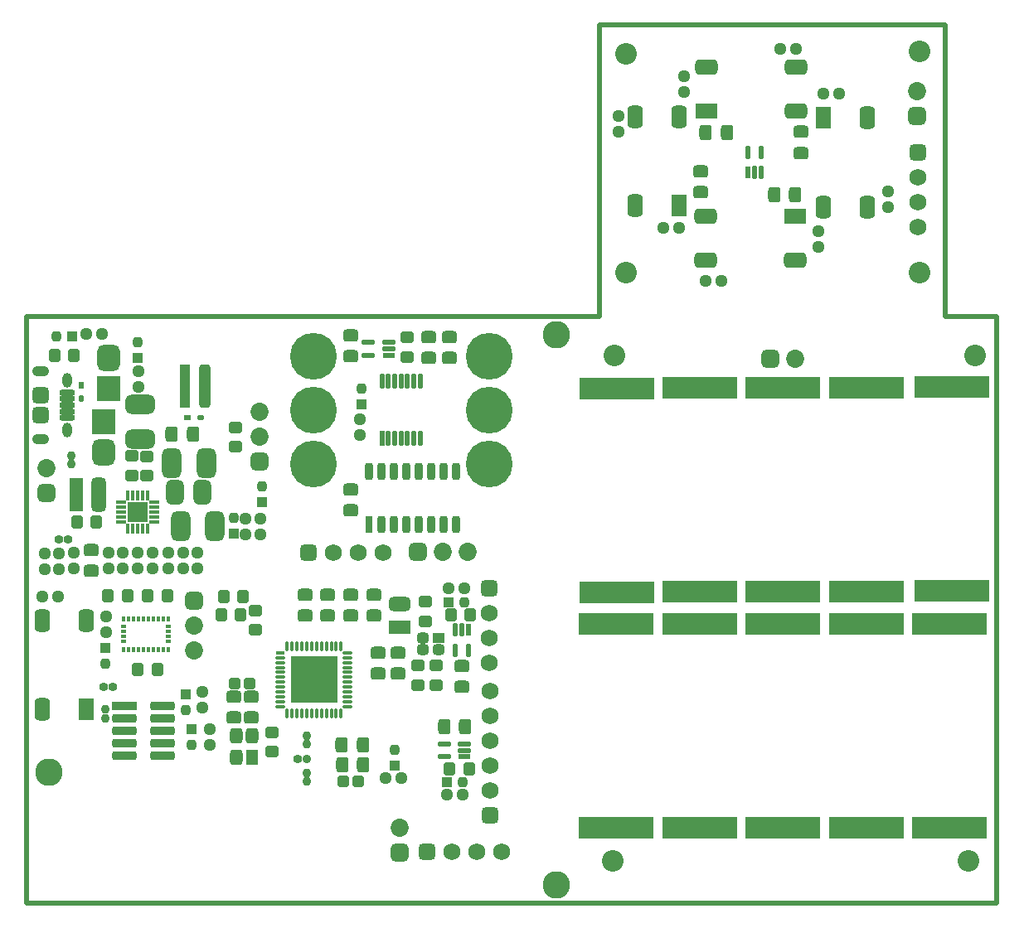
<source format=gts>
G04*
G04 #@! TF.GenerationSoftware,Altium Limited,Altium Designer,22.2.1 (43)*
G04*
G04 Layer_Color=8388736*
%FSLAX25Y25*%
%MOIN*%
G70*
G04*
G04 #@! TF.SameCoordinates,3F60BFF8-F64E-45F8-B6E0-E43E19044127*
G04*
G04*
G04 #@! TF.FilePolarity,Negative*
G04*
G01*
G75*
%ADD16C,0.02000*%
%ADD76R,0.09265X0.10446*%
G04:AMPARAMS|DCode=77|XSize=92.65mil|YSize=104.46mil|CornerRadius=25.16mil|HoleSize=0mil|Usage=FLASHONLY|Rotation=180.000|XOffset=0mil|YOffset=0mil|HoleType=Round|Shape=RoundedRectangle|*
%AMROUNDEDRECTD77*
21,1,0.09265,0.05413,0,0,180.0*
21,1,0.04232,0.10446,0,0,180.0*
1,1,0.05032,-0.02116,0.02707*
1,1,0.05032,0.02116,0.02707*
1,1,0.05032,0.02116,-0.02707*
1,1,0.05032,-0.02116,-0.02707*
%
%ADD77ROUNDEDRECTD77*%
G04:AMPARAMS|DCode=78|XSize=43.43mil|YSize=43.43mil|CornerRadius=12.86mil|HoleSize=0mil|Usage=FLASHONLY|Rotation=90.000|XOffset=0mil|YOffset=0mil|HoleType=Round|Shape=RoundedRectangle|*
%AMROUNDEDRECTD78*
21,1,0.04343,0.01772,0,0,90.0*
21,1,0.01772,0.04343,0,0,90.0*
1,1,0.02572,0.00886,0.00886*
1,1,0.02572,0.00886,-0.00886*
1,1,0.02572,-0.00886,-0.00886*
1,1,0.02572,-0.00886,0.00886*
%
%ADD78ROUNDEDRECTD78*%
G04:AMPARAMS|DCode=79|XSize=43.43mil|YSize=43.43mil|CornerRadius=12.86mil|HoleSize=0mil|Usage=FLASHONLY|Rotation=180.000|XOffset=0mil|YOffset=0mil|HoleType=Round|Shape=RoundedRectangle|*
%AMROUNDEDRECTD79*
21,1,0.04343,0.01772,0,0,180.0*
21,1,0.01772,0.04343,0,0,180.0*
1,1,0.02572,-0.00886,0.00886*
1,1,0.02572,0.00886,0.00886*
1,1,0.02572,0.00886,-0.00886*
1,1,0.02572,-0.00886,-0.00886*
%
%ADD79ROUNDEDRECTD79*%
G04:AMPARAMS|DCode=80|XSize=98.55mil|YSize=70.99mil|CornerRadius=19.75mil|HoleSize=0mil|Usage=FLASHONLY|Rotation=90.000|XOffset=0mil|YOffset=0mil|HoleType=Round|Shape=RoundedRectangle|*
%AMROUNDEDRECTD80*
21,1,0.09855,0.03150,0,0,90.0*
21,1,0.05906,0.07099,0,0,90.0*
1,1,0.03950,0.01575,0.02953*
1,1,0.03950,0.01575,-0.02953*
1,1,0.03950,-0.01575,-0.02953*
1,1,0.03950,-0.01575,0.02953*
%
%ADD80ROUNDEDRECTD80*%
G04:AMPARAMS|DCode=81|XSize=86.74mil|YSize=57.21mil|CornerRadius=16.3mil|HoleSize=0mil|Usage=FLASHONLY|Rotation=180.000|XOffset=0mil|YOffset=0mil|HoleType=Round|Shape=RoundedRectangle|*
%AMROUNDEDRECTD81*
21,1,0.08674,0.02461,0,0,180.0*
21,1,0.05413,0.05721,0,0,180.0*
1,1,0.03261,-0.02707,0.01230*
1,1,0.03261,0.02707,0.01230*
1,1,0.03261,0.02707,-0.01230*
1,1,0.03261,-0.02707,-0.01230*
%
%ADD81ROUNDEDRECTD81*%
%ADD82R,0.08674X0.05721*%
G04:AMPARAMS|DCode=83|XSize=138mil|YSize=58mil|CornerRadius=16.5mil|HoleSize=0mil|Usage=FLASHONLY|Rotation=90.000|XOffset=0mil|YOffset=0mil|HoleType=Round|Shape=RoundedRectangle|*
%AMROUNDEDRECTD83*
21,1,0.13800,0.02500,0,0,90.0*
21,1,0.10500,0.05800,0,0,90.0*
1,1,0.03300,0.01250,0.05250*
1,1,0.03300,0.01250,-0.05250*
1,1,0.03300,-0.01250,-0.05250*
1,1,0.03300,-0.01250,0.05250*
%
%ADD83ROUNDEDRECTD83*%
%ADD84R,0.05800X0.13800*%
%ADD85R,0.01384X0.02467*%
%ADD86R,0.02073X0.01384*%
G04:AMPARAMS|DCode=87|XSize=67.06mil|YSize=69.02mil|CornerRadius=18.76mil|HoleSize=0mil|Usage=FLASHONLY|Rotation=270.000|XOffset=0mil|YOffset=0mil|HoleType=Round|Shape=RoundedRectangle|*
%AMROUNDEDRECTD87*
21,1,0.06706,0.03150,0,0,270.0*
21,1,0.02953,0.06902,0,0,270.0*
1,1,0.03753,-0.01575,-0.01476*
1,1,0.03753,-0.01575,0.01476*
1,1,0.03753,0.01575,0.01476*
1,1,0.03753,0.01575,-0.01476*
%
%ADD87ROUNDEDRECTD87*%
G04:AMPARAMS|DCode=88|XSize=23.75mil|YSize=61.15mil|CornerRadius=7.94mil|HoleSize=0mil|Usage=FLASHONLY|Rotation=270.000|XOffset=0mil|YOffset=0mil|HoleType=Round|Shape=RoundedRectangle|*
%AMROUNDEDRECTD88*
21,1,0.02375,0.04528,0,0,270.0*
21,1,0.00787,0.06115,0,0,270.0*
1,1,0.01587,-0.02264,-0.00394*
1,1,0.01587,-0.02264,0.00394*
1,1,0.01587,0.02264,0.00394*
1,1,0.01587,0.02264,-0.00394*
%
%ADD88ROUNDEDRECTD88*%
%ADD89R,0.06312X0.09068*%
G04:AMPARAMS|DCode=90|XSize=90.68mil|YSize=63.12mil|CornerRadius=17.78mil|HoleSize=0mil|Usage=FLASHONLY|Rotation=90.000|XOffset=0mil|YOffset=0mil|HoleType=Round|Shape=RoundedRectangle|*
%AMROUNDEDRECTD90*
21,1,0.09068,0.02756,0,0,90.0*
21,1,0.05512,0.06312,0,0,90.0*
1,1,0.03556,0.01378,0.02756*
1,1,0.03556,0.01378,-0.02756*
1,1,0.03556,-0.01378,-0.02756*
1,1,0.03556,-0.01378,0.02756*
%
%ADD90ROUNDEDRECTD90*%
G04:AMPARAMS|DCode=91|XSize=90.68mil|YSize=63.12mil|CornerRadius=17.78mil|HoleSize=0mil|Usage=FLASHONLY|Rotation=180.000|XOffset=0mil|YOffset=0mil|HoleType=Round|Shape=RoundedRectangle|*
%AMROUNDEDRECTD91*
21,1,0.09068,0.02756,0,0,180.0*
21,1,0.05512,0.06312,0,0,180.0*
1,1,0.03556,-0.02756,0.01378*
1,1,0.03556,0.02756,0.01378*
1,1,0.03556,0.02756,-0.01378*
1,1,0.03556,-0.02756,-0.01378*
%
%ADD91ROUNDEDRECTD91*%
%ADD92R,0.09068X0.06312*%
%ADD93R,0.05085X0.01975*%
G04:AMPARAMS|DCode=94|XSize=50.85mil|YSize=19.75mil|CornerRadius=3.97mil|HoleSize=0mil|Usage=FLASHONLY|Rotation=180.000|XOffset=0mil|YOffset=0mil|HoleType=Round|Shape=RoundedRectangle|*
%AMROUNDEDRECTD94*
21,1,0.05085,0.01181,0,0,180.0*
21,1,0.04291,0.01975,0,0,180.0*
1,1,0.00794,-0.02146,0.00591*
1,1,0.00794,0.02146,0.00591*
1,1,0.00794,0.02146,-0.00591*
1,1,0.00794,-0.02146,-0.00591*
%
%ADD94ROUNDEDRECTD94*%
G04:AMPARAMS|DCode=95|XSize=50.85mil|YSize=19.75mil|CornerRadius=3.97mil|HoleSize=0mil|Usage=FLASHONLY|Rotation=90.000|XOffset=0mil|YOffset=0mil|HoleType=Round|Shape=RoundedRectangle|*
%AMROUNDEDRECTD95*
21,1,0.05085,0.01181,0,0,90.0*
21,1,0.04291,0.01975,0,0,90.0*
1,1,0.00794,0.00591,0.02146*
1,1,0.00794,0.00591,-0.02146*
1,1,0.00794,-0.00591,-0.02146*
1,1,0.00794,-0.00591,0.02146*
%
%ADD95ROUNDEDRECTD95*%
%ADD96R,0.01975X0.05085*%
%ADD97R,0.03162X0.06902*%
G04:AMPARAMS|DCode=98|XSize=31.62mil|YSize=69.02mil|CornerRadius=9.91mil|HoleSize=0mil|Usage=FLASHONLY|Rotation=180.000|XOffset=0mil|YOffset=0mil|HoleType=Round|Shape=RoundedRectangle|*
%AMROUNDEDRECTD98*
21,1,0.03162,0.04921,0,0,180.0*
21,1,0.01181,0.06902,0,0,180.0*
1,1,0.01981,-0.00591,0.02461*
1,1,0.01981,0.00591,0.02461*
1,1,0.01981,0.00591,-0.02461*
1,1,0.01981,-0.00591,-0.02461*
%
%ADD98ROUNDEDRECTD98*%
G04:AMPARAMS|DCode=99|XSize=43.43mil|YSize=47.37mil|CornerRadius=12.86mil|HoleSize=0mil|Usage=FLASHONLY|Rotation=270.000|XOffset=0mil|YOffset=0mil|HoleType=Round|Shape=RoundedRectangle|*
%AMROUNDEDRECTD99*
21,1,0.04343,0.02165,0,0,270.0*
21,1,0.01772,0.04737,0,0,270.0*
1,1,0.02572,-0.01083,-0.00886*
1,1,0.02572,-0.01083,0.00886*
1,1,0.02572,0.01083,0.00886*
1,1,0.02572,0.01083,-0.00886*
%
%ADD99ROUNDEDRECTD99*%
%ADD100R,0.04737X0.04343*%
G04:AMPARAMS|DCode=101|XSize=29.59mil|YSize=19.75mil|CornerRadius=5.94mil|HoleSize=0mil|Usage=FLASHONLY|Rotation=0.000|XOffset=0mil|YOffset=0mil|HoleType=Round|Shape=RoundedRectangle|*
%AMROUNDEDRECTD101*
21,1,0.02959,0.00787,0,0,0.0*
21,1,0.01772,0.01975,0,0,0.0*
1,1,0.01187,0.00886,-0.00394*
1,1,0.01187,-0.00886,-0.00394*
1,1,0.01187,-0.00886,0.00394*
1,1,0.01187,0.00886,0.00394*
%
%ADD101ROUNDEDRECTD101*%
%ADD102R,0.02959X0.01975*%
%ADD103R,0.01975X0.02959*%
G04:AMPARAMS|DCode=104|XSize=29.59mil|YSize=19.75mil|CornerRadius=5.94mil|HoleSize=0mil|Usage=FLASHONLY|Rotation=270.000|XOffset=0mil|YOffset=0mil|HoleType=Round|Shape=RoundedRectangle|*
%AMROUNDEDRECTD104*
21,1,0.02959,0.00787,0,0,270.0*
21,1,0.01772,0.01975,0,0,270.0*
1,1,0.01187,-0.00394,-0.00886*
1,1,0.01187,-0.00394,0.00886*
1,1,0.01187,0.00394,0.00886*
1,1,0.01187,0.00394,-0.00886*
%
%ADD104ROUNDEDRECTD104*%
G04:AMPARAMS|DCode=105|XSize=63.12mil|YSize=51.31mil|CornerRadius=14.83mil|HoleSize=0mil|Usage=FLASHONLY|Rotation=270.000|XOffset=0mil|YOffset=0mil|HoleType=Round|Shape=RoundedRectangle|*
%AMROUNDEDRECTD105*
21,1,0.06312,0.02165,0,0,270.0*
21,1,0.03347,0.05131,0,0,270.0*
1,1,0.02965,-0.01083,-0.01673*
1,1,0.02965,-0.01083,0.01673*
1,1,0.02965,0.01083,0.01673*
1,1,0.02965,0.01083,-0.01673*
%
%ADD105ROUNDEDRECTD105*%
%ADD106R,0.05131X0.06312*%
%ADD107R,0.03950X0.03950*%
G04:AMPARAMS|DCode=108|XSize=39.5mil|YSize=39.5mil|CornerRadius=11.87mil|HoleSize=0mil|Usage=FLASHONLY|Rotation=90.000|XOffset=0mil|YOffset=0mil|HoleType=Round|Shape=RoundedRectangle|*
%AMROUNDEDRECTD108*
21,1,0.03950,0.01575,0,0,90.0*
21,1,0.01575,0.03950,0,0,90.0*
1,1,0.02375,0.00787,0.00787*
1,1,0.02375,0.00787,-0.00787*
1,1,0.02375,-0.00787,-0.00787*
1,1,0.02375,-0.00787,0.00787*
%
%ADD108ROUNDEDRECTD108*%
G04:AMPARAMS|DCode=109|XSize=39.5mil|YSize=39.5mil|CornerRadius=11.87mil|HoleSize=0mil|Usage=FLASHONLY|Rotation=0.000|XOffset=0mil|YOffset=0mil|HoleType=Round|Shape=RoundedRectangle|*
%AMROUNDEDRECTD109*
21,1,0.03950,0.01575,0,0,0.0*
21,1,0.01575,0.03950,0,0,0.0*
1,1,0.02375,0.00787,-0.00787*
1,1,0.02375,-0.00787,-0.00787*
1,1,0.02375,-0.00787,0.00787*
1,1,0.02375,0.00787,0.00787*
%
%ADD109ROUNDEDRECTD109*%
%ADD110R,0.03950X0.03950*%
%ADD111R,0.29934X0.08674*%
G04:AMPARAMS|DCode=112|XSize=46.58mil|YSize=48.55mil|CornerRadius=13.65mil|HoleSize=0mil|Usage=FLASHONLY|Rotation=270.000|XOffset=0mil|YOffset=0mil|HoleType=Round|Shape=RoundedRectangle|*
%AMROUNDEDRECTD112*
21,1,0.04658,0.02126,0,0,270.0*
21,1,0.01929,0.04855,0,0,270.0*
1,1,0.02729,-0.01063,-0.00965*
1,1,0.02729,-0.01063,0.00965*
1,1,0.02729,0.01063,0.00965*
1,1,0.02729,0.01063,-0.00965*
%
%ADD112ROUNDEDRECTD112*%
G04:AMPARAMS|DCode=113|XSize=118.24mil|YSize=76.9mil|CornerRadius=21.22mil|HoleSize=0mil|Usage=FLASHONLY|Rotation=180.000|XOffset=0mil|YOffset=0mil|HoleType=Round|Shape=RoundedRectangle|*
%AMROUNDEDRECTD113*
21,1,0.11824,0.03445,0,0,180.0*
21,1,0.07579,0.07690,0,0,180.0*
1,1,0.04245,-0.03789,0.01722*
1,1,0.04245,0.03789,0.01722*
1,1,0.04245,0.03789,-0.01722*
1,1,0.04245,-0.03789,-0.01722*
%
%ADD113ROUNDEDRECTD113*%
G04:AMPARAMS|DCode=114|XSize=118.24mil|YSize=76.9mil|CornerRadius=21.22mil|HoleSize=0mil|Usage=FLASHONLY|Rotation=90.000|XOffset=0mil|YOffset=0mil|HoleType=Round|Shape=RoundedRectangle|*
%AMROUNDEDRECTD114*
21,1,0.11824,0.03445,0,0,90.0*
21,1,0.07579,0.07690,0,0,90.0*
1,1,0.04245,0.01722,0.03789*
1,1,0.04245,0.01722,-0.03789*
1,1,0.04245,-0.01722,-0.03789*
1,1,0.04245,-0.01722,0.03789*
%
%ADD114ROUNDEDRECTD114*%
G04:AMPARAMS|DCode=115|XSize=63.12mil|YSize=50mil|CornerRadius=14.5mil|HoleSize=0mil|Usage=FLASHONLY|Rotation=90.000|XOffset=0mil|YOffset=0mil|HoleType=Round|Shape=RoundedRectangle|*
%AMROUNDEDRECTD115*
21,1,0.06312,0.02100,0,0,90.0*
21,1,0.03412,0.05000,0,0,90.0*
1,1,0.02900,0.01050,0.01706*
1,1,0.02900,0.01050,-0.01706*
1,1,0.02900,-0.01050,-0.01706*
1,1,0.02900,-0.01050,0.01706*
%
%ADD115ROUNDEDRECTD115*%
G04:AMPARAMS|DCode=116|XSize=63.12mil|YSize=50mil|CornerRadius=14.5mil|HoleSize=0mil|Usage=FLASHONLY|Rotation=180.000|XOffset=0mil|YOffset=0mil|HoleType=Round|Shape=RoundedRectangle|*
%AMROUNDEDRECTD116*
21,1,0.06312,0.02100,0,0,180.0*
21,1,0.03412,0.05000,0,0,180.0*
1,1,0.02900,-0.01706,0.01050*
1,1,0.02900,0.01706,0.01050*
1,1,0.02900,0.01706,-0.01050*
1,1,0.02900,-0.01706,-0.01050*
%
%ADD116ROUNDEDRECTD116*%
%ADD117R,0.04400X0.17400*%
G04:AMPARAMS|DCode=118|XSize=44mil|YSize=174mil|CornerRadius=12mil|HoleSize=0mil|Usage=FLASHONLY|Rotation=0.000|XOffset=0mil|YOffset=0mil|HoleType=Round|Shape=RoundedRectangle|*
%AMROUNDEDRECTD118*
21,1,0.04400,0.15000,0,0,0.0*
21,1,0.02000,0.17400,0,0,0.0*
1,1,0.02400,0.01000,-0.07500*
1,1,0.02400,-0.01000,-0.07500*
1,1,0.02400,-0.01000,0.07500*
1,1,0.02400,0.01000,0.07500*
%
%ADD118ROUNDEDRECTD118*%
G04:AMPARAMS|DCode=119|XSize=55.24mil|YSize=47.37mil|CornerRadius=13.84mil|HoleSize=0mil|Usage=FLASHONLY|Rotation=0.000|XOffset=0mil|YOffset=0mil|HoleType=Round|Shape=RoundedRectangle|*
%AMROUNDEDRECTD119*
21,1,0.05524,0.01968,0,0,0.0*
21,1,0.02756,0.04737,0,0,0.0*
1,1,0.02769,0.01378,-0.00984*
1,1,0.02769,-0.01378,-0.00984*
1,1,0.02769,-0.01378,0.00984*
1,1,0.02769,0.01378,0.00984*
%
%ADD119ROUNDEDRECTD119*%
G04:AMPARAMS|DCode=120|XSize=55.24mil|YSize=47.37mil|CornerRadius=13.84mil|HoleSize=0mil|Usage=FLASHONLY|Rotation=270.000|XOffset=0mil|YOffset=0mil|HoleType=Round|Shape=RoundedRectangle|*
%AMROUNDEDRECTD120*
21,1,0.05524,0.01968,0,0,270.0*
21,1,0.02756,0.04737,0,0,270.0*
1,1,0.02769,-0.00984,-0.01378*
1,1,0.02769,-0.00984,0.01378*
1,1,0.02769,0.00984,0.01378*
1,1,0.02769,0.00984,-0.01378*
%
%ADD120ROUNDEDRECTD120*%
G04:AMPARAMS|DCode=121|XSize=21.72mil|YSize=59.12mil|CornerRadius=6.43mil|HoleSize=0mil|Usage=FLASHONLY|Rotation=180.000|XOffset=0mil|YOffset=0mil|HoleType=Round|Shape=RoundedRectangle|*
%AMROUNDEDRECTD121*
21,1,0.02172,0.04626,0,0,180.0*
21,1,0.00886,0.05912,0,0,180.0*
1,1,0.01286,-0.00443,0.02313*
1,1,0.01286,0.00443,0.02313*
1,1,0.01286,0.00443,-0.02313*
1,1,0.01286,-0.00443,-0.02313*
%
%ADD121ROUNDEDRECTD121*%
%ADD122R,0.02172X0.05912*%
G04:AMPARAMS|DCode=123|XSize=39.04mil|YSize=14.24mil|CornerRadius=3.28mil|HoleSize=0mil|Usage=FLASHONLY|Rotation=0.000|XOffset=0mil|YOffset=0mil|HoleType=Round|Shape=RoundedRectangle|*
%AMROUNDEDRECTD123*
21,1,0.03904,0.00768,0,0,0.0*
21,1,0.03248,0.01424,0,0,0.0*
1,1,0.00656,0.01624,-0.00384*
1,1,0.00656,-0.01624,-0.00384*
1,1,0.00656,-0.01624,0.00384*
1,1,0.00656,0.01624,0.00384*
%
%ADD123ROUNDEDRECTD123*%
%ADD124R,0.03904X0.01424*%
G04:AMPARAMS|DCode=125|XSize=39.04mil|YSize=14.24mil|CornerRadius=3.28mil|HoleSize=0mil|Usage=FLASHONLY|Rotation=90.000|XOffset=0mil|YOffset=0mil|HoleType=Round|Shape=RoundedRectangle|*
%AMROUNDEDRECTD125*
21,1,0.03904,0.00768,0,0,90.0*
21,1,0.03248,0.01424,0,0,90.0*
1,1,0.00656,0.00384,0.01624*
1,1,0.00656,0.00384,-0.01624*
1,1,0.00656,-0.00384,-0.01624*
1,1,0.00656,-0.00384,0.01624*
%
%ADD125ROUNDEDRECTD125*%
%ADD126R,0.08471X0.08471*%
%ADD127R,0.03786X0.01424*%
G04:AMPARAMS|DCode=128|XSize=14.24mil|YSize=37.86mil|CornerRadius=4.56mil|HoleSize=0mil|Usage=FLASHONLY|Rotation=0.000|XOffset=0mil|YOffset=0mil|HoleType=Round|Shape=RoundedRectangle|*
%AMROUNDEDRECTD128*
21,1,0.01424,0.02874,0,0,0.0*
21,1,0.00512,0.03786,0,0,0.0*
1,1,0.00912,0.00256,-0.01437*
1,1,0.00912,-0.00256,-0.01437*
1,1,0.00912,-0.00256,0.01437*
1,1,0.00912,0.00256,0.01437*
%
%ADD128ROUNDEDRECTD128*%
G04:AMPARAMS|DCode=129|XSize=14.24mil|YSize=37.86mil|CornerRadius=4.56mil|HoleSize=0mil|Usage=FLASHONLY|Rotation=90.000|XOffset=0mil|YOffset=0mil|HoleType=Round|Shape=RoundedRectangle|*
%AMROUNDEDRECTD129*
21,1,0.01424,0.02874,0,0,90.0*
21,1,0.00512,0.03786,0,0,90.0*
1,1,0.00912,0.01437,0.00256*
1,1,0.00912,0.01437,-0.00256*
1,1,0.00912,-0.01437,-0.00256*
1,1,0.00912,-0.01437,0.00256*
%
%ADD129ROUNDEDRECTD129*%
%ADD130R,0.18904X0.18904*%
G04:AMPARAMS|DCode=131|XSize=33.92mil|YSize=98.49mil|CornerRadius=9.48mil|HoleSize=0mil|Usage=FLASHONLY|Rotation=270.000|XOffset=0mil|YOffset=0mil|HoleType=Round|Shape=RoundedRectangle|*
%AMROUNDEDRECTD131*
21,1,0.03392,0.07953,0,0,270.0*
21,1,0.01496,0.09849,0,0,270.0*
1,1,0.01896,-0.03976,-0.00748*
1,1,0.01896,-0.03976,0.00748*
1,1,0.01896,0.03976,0.00748*
1,1,0.01896,0.03976,-0.00748*
%
%ADD131ROUNDEDRECTD131*%
%ADD132R,0.09849X0.03392*%
G04:AMPARAMS|DCode=133|XSize=30.71mil|YSize=32.28mil|CornerRadius=9.25mil|HoleSize=0mil|Usage=FLASHONLY|Rotation=180.000|XOffset=0mil|YOffset=0mil|HoleType=Round|Shape=RoundedRectangle|*
%AMROUNDEDRECTD133*
21,1,0.03071,0.01378,0,0,180.0*
21,1,0.01221,0.03228,0,0,180.0*
1,1,0.01850,-0.00610,0.00689*
1,1,0.01850,0.00610,0.00689*
1,1,0.01850,0.00610,-0.00689*
1,1,0.01850,-0.00610,-0.00689*
%
%ADD133ROUNDEDRECTD133*%
G04:AMPARAMS|DCode=134|XSize=30.71mil|YSize=32.28mil|CornerRadius=9.25mil|HoleSize=0mil|Usage=FLASHONLY|Rotation=90.000|XOffset=0mil|YOffset=0mil|HoleType=Round|Shape=RoundedRectangle|*
%AMROUNDEDRECTD134*
21,1,0.03071,0.01378,0,0,90.0*
21,1,0.01221,0.03228,0,0,90.0*
1,1,0.01850,0.00689,0.00610*
1,1,0.01850,0.00689,-0.00610*
1,1,0.01850,-0.00689,-0.00610*
1,1,0.01850,-0.00689,0.00610*
%
%ADD134ROUNDEDRECTD134*%
G04:AMPARAMS|DCode=135|XSize=30.71mil|YSize=30.8mil|CornerRadius=9.25mil|HoleSize=0mil|Usage=FLASHONLY|Rotation=270.000|XOffset=0mil|YOffset=0mil|HoleType=Round|Shape=RoundedRectangle|*
%AMROUNDEDRECTD135*
21,1,0.03071,0.01230,0,0,270.0*
21,1,0.01221,0.03080,0,0,270.0*
1,1,0.01850,-0.00615,-0.00610*
1,1,0.01850,-0.00615,0.00610*
1,1,0.01850,0.00615,0.00610*
1,1,0.01850,0.00615,-0.00610*
%
%ADD135ROUNDEDRECTD135*%
%ADD136C,0.06800*%
G04:AMPARAMS|DCode=137|XSize=68mil|YSize=68mil|CornerRadius=19mil|HoleSize=0mil|Usage=FLASHONLY|Rotation=270.000|XOffset=0mil|YOffset=0mil|HoleType=Round|Shape=RoundedRectangle|*
%AMROUNDEDRECTD137*
21,1,0.06800,0.03000,0,0,270.0*
21,1,0.03000,0.06800,0,0,270.0*
1,1,0.03800,-0.01500,-0.01500*
1,1,0.03800,-0.01500,0.01500*
1,1,0.03800,0.01500,0.01500*
1,1,0.03800,0.01500,-0.01500*
%
%ADD137ROUNDEDRECTD137*%
G04:AMPARAMS|DCode=138|XSize=68mil|YSize=68mil|CornerRadius=19mil|HoleSize=0mil|Usage=FLASHONLY|Rotation=180.000|XOffset=0mil|YOffset=0mil|HoleType=Round|Shape=RoundedRectangle|*
%AMROUNDEDRECTD138*
21,1,0.06800,0.03000,0,0,180.0*
21,1,0.03000,0.06800,0,0,180.0*
1,1,0.03800,-0.01500,0.01500*
1,1,0.03800,0.01500,0.01500*
1,1,0.03800,0.01500,-0.01500*
1,1,0.03800,-0.01500,-0.01500*
%
%ADD138ROUNDEDRECTD138*%
%ADD139C,0.07296*%
G04:AMPARAMS|DCode=140|XSize=72.96mil|YSize=72.96mil|CornerRadius=20.24mil|HoleSize=0mil|Usage=FLASHONLY|Rotation=90.000|XOffset=0mil|YOffset=0mil|HoleType=Round|Shape=RoundedRectangle|*
%AMROUNDEDRECTD140*
21,1,0.07296,0.03248,0,0,90.0*
21,1,0.03248,0.07296,0,0,90.0*
1,1,0.04048,0.01624,0.01624*
1,1,0.04048,0.01624,-0.01624*
1,1,0.04048,-0.01624,-0.01624*
1,1,0.04048,-0.01624,0.01624*
%
%ADD140ROUNDEDRECTD140*%
G04:AMPARAMS|DCode=141|XSize=72.96mil|YSize=72.96mil|CornerRadius=20.24mil|HoleSize=0mil|Usage=FLASHONLY|Rotation=0.000|XOffset=0mil|YOffset=0mil|HoleType=Round|Shape=RoundedRectangle|*
%AMROUNDEDRECTD141*
21,1,0.07296,0.03248,0,0,0.0*
21,1,0.03248,0.07296,0,0,0.0*
1,1,0.04048,0.01624,-0.01624*
1,1,0.04048,-0.01624,-0.01624*
1,1,0.04048,-0.01624,0.01624*
1,1,0.04048,0.01624,0.01624*
%
%ADD141ROUNDEDRECTD141*%
%ADD142O,0.06902X0.04000*%
%ADD143O,0.04000X0.05918*%
%ADD144C,0.08674*%
%ADD145C,0.18800*%
%ADD146C,0.11036*%
D16*
X369200Y236000D02*
X390000D01*
X-0Y0D02*
X0Y236000D01*
X230300D01*
Y353500D01*
X369200Y353500D01*
X0Y0D02*
X197000D01*
X390000D01*
X390000D02*
X390000Y236000D01*
X369200D02*
Y353500D01*
D76*
X33000Y207199D02*
D03*
X31000Y193701D02*
D03*
D77*
X33000Y219601D02*
D03*
X31000Y181299D02*
D03*
D78*
X168750Y43900D02*
D03*
X175050D02*
D03*
X262250Y271700D02*
D03*
X255950D02*
D03*
X272850Y250300D02*
D03*
X279150D02*
D03*
X302750Y343700D02*
D03*
X309050D02*
D03*
X320250Y325700D02*
D03*
X326550D02*
D03*
X144150Y50500D02*
D03*
X150450D02*
D03*
X12500Y123500D02*
D03*
X6201D02*
D03*
X23850Y229000D02*
D03*
X30150D02*
D03*
X175750Y126900D02*
D03*
X169450D02*
D03*
D79*
X237900Y310550D02*
D03*
Y316850D02*
D03*
X318300Y270350D02*
D03*
Y264050D02*
D03*
X264100Y332650D02*
D03*
Y326350D02*
D03*
X346200Y286550D02*
D03*
Y280250D02*
D03*
X70525Y78650D02*
D03*
Y84950D02*
D03*
X73500Y70150D02*
D03*
Y63850D02*
D03*
X87700Y154850D02*
D03*
Y148550D02*
D03*
X94000Y148350D02*
D03*
Y154650D02*
D03*
X13000Y134550D02*
D03*
Y140850D02*
D03*
X19000Y140999D02*
D03*
Y134700D02*
D03*
X7200Y134550D02*
D03*
Y140850D02*
D03*
X38600Y141150D02*
D03*
Y134850D02*
D03*
X44600Y141050D02*
D03*
Y134750D02*
D03*
X62700Y134850D02*
D03*
Y141150D02*
D03*
X44700Y214150D02*
D03*
Y207850D02*
D03*
X134000Y188350D02*
D03*
Y194650D02*
D03*
X31847Y109066D02*
D03*
Y115365D02*
D03*
X32700Y141199D02*
D03*
Y134900D02*
D03*
X50600Y141050D02*
D03*
Y134750D02*
D03*
X68600D02*
D03*
Y141050D02*
D03*
X56700Y141128D02*
D03*
Y134828D02*
D03*
D80*
X70612Y165300D02*
D03*
X59588D02*
D03*
D81*
X149800Y120526D02*
D03*
D82*
Y111274D02*
D03*
D83*
X29000Y164500D02*
D03*
D84*
X20000D02*
D03*
D85*
X38989Y114567D02*
D03*
Y102264D02*
D03*
X40957D02*
D03*
X42926D02*
D03*
X44894D02*
D03*
X46863D02*
D03*
X48831D02*
D03*
X50800D02*
D03*
X52768D02*
D03*
X54737D02*
D03*
X56705D02*
D03*
Y114567D02*
D03*
X54737D02*
D03*
X52768D02*
D03*
X50800D02*
D03*
X48831D02*
D03*
X46863D02*
D03*
X44894D02*
D03*
X42926D02*
D03*
X40957D02*
D03*
D86*
X38743Y111369D02*
D03*
Y109400D02*
D03*
Y107431D02*
D03*
Y105463D02*
D03*
X56951D02*
D03*
Y107431D02*
D03*
Y109400D02*
D03*
Y111369D02*
D03*
D87*
X5500Y196500D02*
D03*
Y204374D02*
D03*
D88*
X16130Y195319D02*
D03*
Y197878D02*
D03*
Y200437D02*
D03*
Y202996D02*
D03*
Y205555D02*
D03*
D89*
X262231Y280772D02*
D03*
X320069Y316028D02*
D03*
X24000Y78000D02*
D03*
D90*
X262231Y316599D02*
D03*
X244515Y280772D02*
D03*
Y316599D02*
D03*
X337785Y280201D02*
D03*
Y316028D02*
D03*
X320069Y280201D02*
D03*
X24000Y113827D02*
D03*
X6284Y78000D02*
D03*
Y113827D02*
D03*
D91*
X273001Y258615D02*
D03*
X308828D02*
D03*
X273001Y276331D02*
D03*
X309099Y318669D02*
D03*
X273272Y336385D02*
D03*
X309099D02*
D03*
D92*
X308828Y276331D02*
D03*
X273272Y318669D02*
D03*
D93*
X175800Y59000D02*
D03*
X145400Y220600D02*
D03*
D94*
X175800Y61600D02*
D03*
Y64100D02*
D03*
X167700D02*
D03*
Y59000D02*
D03*
X145400Y223200D02*
D03*
Y225700D02*
D03*
X137300D02*
D03*
Y220600D02*
D03*
D95*
X290015Y302173D02*
D03*
X295114D02*
D03*
Y294073D02*
D03*
X292615D02*
D03*
X177400Y101900D02*
D03*
X172300D02*
D03*
Y110000D02*
D03*
X174800D02*
D03*
D96*
X290015Y294073D02*
D03*
X177400Y110000D02*
D03*
D97*
X137600Y152570D02*
D03*
D98*
X142600D02*
D03*
X147600D02*
D03*
X152600D02*
D03*
X157600D02*
D03*
X162600D02*
D03*
X167600D02*
D03*
X172600D02*
D03*
X137600Y173830D02*
D03*
X142600D02*
D03*
X147600D02*
D03*
X152600D02*
D03*
X157600D02*
D03*
X162600D02*
D03*
X167600D02*
D03*
X172600D02*
D03*
D99*
X159271Y106917D02*
D03*
Y102094D02*
D03*
X165668D02*
D03*
D100*
Y106917D02*
D03*
D101*
X69759Y195300D02*
D03*
D102*
X64641D02*
D03*
D103*
X22000Y208359D02*
D03*
D104*
Y203241D02*
D03*
D105*
X84100Y58900D02*
D03*
Y67561D02*
D03*
X90399D02*
D03*
D106*
Y58900D02*
D03*
D107*
X168850Y48800D02*
D03*
X18150Y228000D02*
D03*
X169550Y121200D02*
D03*
D108*
X175150Y48800D02*
D03*
X11850Y228000D02*
D03*
X175850Y121200D02*
D03*
D109*
X63800Y77750D02*
D03*
X66300Y63850D02*
D03*
X147700Y61850D02*
D03*
X44600Y225650D02*
D03*
X83100Y154950D02*
D03*
X94500Y167650D02*
D03*
X134500Y207150D02*
D03*
X31605Y96588D02*
D03*
D110*
X63800Y84050D02*
D03*
X66300Y70150D02*
D03*
X147700Y55550D02*
D03*
X44600Y219350D02*
D03*
X83100Y148650D02*
D03*
X94500Y161350D02*
D03*
X134500Y200850D02*
D03*
X31605Y102887D02*
D03*
D111*
X237033Y207135D02*
D03*
Y125245D02*
D03*
X237000Y30610D02*
D03*
Y112500D02*
D03*
X270500Y207445D02*
D03*
Y125555D02*
D03*
Y30555D02*
D03*
Y112445D02*
D03*
X304000Y207445D02*
D03*
Y125555D02*
D03*
Y30610D02*
D03*
Y112500D02*
D03*
X337500Y207445D02*
D03*
Y125555D02*
D03*
Y30610D02*
D03*
Y112500D02*
D03*
X371700Y207745D02*
D03*
Y125855D02*
D03*
X371000Y30610D02*
D03*
Y112500D02*
D03*
D112*
X89392Y88300D02*
D03*
X83408D02*
D03*
X127108Y49200D02*
D03*
X133092D02*
D03*
D113*
X45500Y186910D02*
D03*
Y200690D02*
D03*
D114*
X72090Y177200D02*
D03*
X58310D02*
D03*
X75490Y151700D02*
D03*
X61710D02*
D03*
D115*
X167700Y71200D02*
D03*
X176100D02*
D03*
X308900Y285000D02*
D03*
X300500D02*
D03*
X281400Y310000D02*
D03*
X273000D02*
D03*
X135200Y55700D02*
D03*
X126800D02*
D03*
X58300Y188900D02*
D03*
X66700D02*
D03*
X135084Y63766D02*
D03*
X126684D02*
D03*
D116*
X270900Y294400D02*
D03*
Y286000D02*
D03*
X311200Y310300D02*
D03*
Y301900D02*
D03*
X83200Y74800D02*
D03*
Y83200D02*
D03*
X90300Y83100D02*
D03*
Y74700D02*
D03*
X139600Y115700D02*
D03*
Y124100D02*
D03*
X130100D02*
D03*
Y115700D02*
D03*
X120800D02*
D03*
Y124100D02*
D03*
X111700D02*
D03*
Y115700D02*
D03*
X149200Y100700D02*
D03*
Y92300D02*
D03*
X141200D02*
D03*
Y100700D02*
D03*
X26000Y133800D02*
D03*
Y142200D02*
D03*
X161400Y219500D02*
D03*
Y227900D02*
D03*
X130200Y220000D02*
D03*
Y228400D02*
D03*
X174700Y95500D02*
D03*
Y87100D02*
D03*
X169900Y227900D02*
D03*
Y219500D02*
D03*
X130300Y166600D02*
D03*
Y158200D02*
D03*
D117*
X63500Y208000D02*
D03*
D118*
X71500D02*
D03*
D119*
X160300Y121337D02*
D03*
Y113463D02*
D03*
X48200Y179937D02*
D03*
Y172063D02*
D03*
X42100Y172163D02*
D03*
Y180037D02*
D03*
X152900Y219763D02*
D03*
Y227637D02*
D03*
X164600Y95774D02*
D03*
Y87900D02*
D03*
X83900Y183663D02*
D03*
Y191537D02*
D03*
X157200Y87900D02*
D03*
Y95774D02*
D03*
X98600Y68874D02*
D03*
Y61000D02*
D03*
X91800Y117937D02*
D03*
Y110063D02*
D03*
D120*
X20063Y153500D02*
D03*
X27937D02*
D03*
X56542Y123738D02*
D03*
X48668D02*
D03*
X44563Y94000D02*
D03*
X52437D02*
D03*
X32668Y123738D02*
D03*
X40542D02*
D03*
X86937Y123500D02*
D03*
X79063D02*
D03*
X78126Y116000D02*
D03*
X86000D02*
D03*
X11063Y220500D02*
D03*
X18937D02*
D03*
X177737Y54200D02*
D03*
X169863D02*
D03*
X170463Y116000D02*
D03*
X178337D02*
D03*
D121*
X158142Y210185D02*
D03*
X155583D02*
D03*
X153024D02*
D03*
X150465D02*
D03*
X147906D02*
D03*
X145346D02*
D03*
X142787D02*
D03*
X158142Y186957D02*
D03*
X155583D02*
D03*
X153024D02*
D03*
X150465D02*
D03*
X147906D02*
D03*
X145346D02*
D03*
D122*
X142787D02*
D03*
D123*
X51153Y161437D02*
D03*
Y159468D02*
D03*
Y155532D02*
D03*
Y153563D02*
D03*
X37846D02*
D03*
Y155532D02*
D03*
Y157500D02*
D03*
Y159468D02*
D03*
X51153Y157500D02*
D03*
D124*
X37846Y161437D02*
D03*
D125*
X40563Y164154D02*
D03*
X42531D02*
D03*
X44500D02*
D03*
X46468D02*
D03*
X48437D02*
D03*
Y150847D02*
D03*
X46468D02*
D03*
X44500D02*
D03*
X42531D02*
D03*
X40563D02*
D03*
D126*
X44500Y157500D02*
D03*
D127*
X101976Y100827D02*
D03*
D128*
X104673Y103524D02*
D03*
X106642D02*
D03*
X108610D02*
D03*
X110579D02*
D03*
X112547D02*
D03*
X114516D02*
D03*
X116484D02*
D03*
X118453D02*
D03*
X120421D02*
D03*
X122390D02*
D03*
X124358D02*
D03*
X126327D02*
D03*
Y76476D02*
D03*
X124358D02*
D03*
X122390D02*
D03*
X120421D02*
D03*
X118453D02*
D03*
X116484D02*
D03*
X114516D02*
D03*
X112547D02*
D03*
X110579D02*
D03*
X108610D02*
D03*
X106642D02*
D03*
X104673D02*
D03*
D129*
X129024Y100827D02*
D03*
Y98858D02*
D03*
Y96890D02*
D03*
Y94921D02*
D03*
Y92953D02*
D03*
Y90984D02*
D03*
Y89016D02*
D03*
Y87047D02*
D03*
Y85079D02*
D03*
Y83110D02*
D03*
Y81142D02*
D03*
Y79173D02*
D03*
X101976D02*
D03*
Y81142D02*
D03*
Y83110D02*
D03*
Y85079D02*
D03*
Y87047D02*
D03*
Y89016D02*
D03*
Y90984D02*
D03*
Y92953D02*
D03*
Y94921D02*
D03*
Y96890D02*
D03*
Y98858D02*
D03*
D130*
X115500Y90000D02*
D03*
D131*
X54677Y59400D02*
D03*
X39323D02*
D03*
X54677Y64400D02*
D03*
X39323D02*
D03*
X54677Y69400D02*
D03*
X39323D02*
D03*
X54677Y74400D02*
D03*
X39323D02*
D03*
X54677Y79400D02*
D03*
D132*
X39323D02*
D03*
D133*
X18000Y176768D02*
D03*
Y180232D02*
D03*
X112400Y67432D02*
D03*
Y63968D02*
D03*
Y52432D02*
D03*
Y48968D02*
D03*
X31600Y74568D02*
D03*
Y78032D02*
D03*
D134*
X12968Y146400D02*
D03*
X16432D02*
D03*
X108868Y58200D02*
D03*
X34465Y87100D02*
D03*
X31000D02*
D03*
D135*
X112400Y58200D02*
D03*
D136*
X186100Y85600D02*
D03*
Y75600D02*
D03*
Y65600D02*
D03*
Y55600D02*
D03*
Y45600D02*
D03*
X123200Y141000D02*
D03*
X133200D02*
D03*
X143200D02*
D03*
X185900Y96900D02*
D03*
Y106900D02*
D03*
Y116900D02*
D03*
X171000Y20700D02*
D03*
X181000D02*
D03*
X191000D02*
D03*
X358300Y272100D02*
D03*
Y282100D02*
D03*
Y292100D02*
D03*
D137*
X186100Y35600D02*
D03*
X185900Y126900D02*
D03*
X358300Y302100D02*
D03*
D138*
X113200Y141000D02*
D03*
X161000Y20700D02*
D03*
D139*
X93500Y197850D02*
D03*
Y187850D02*
D03*
X167200Y141500D02*
D03*
X177200D02*
D03*
X67200Y101800D02*
D03*
Y111800D02*
D03*
X8000Y175000D02*
D03*
X308900Y219200D02*
D03*
X149700Y30500D02*
D03*
X358000Y326700D02*
D03*
D140*
X93500Y177850D02*
D03*
X67200Y121800D02*
D03*
X8000Y165000D02*
D03*
X149700Y20500D02*
D03*
X358000Y316700D02*
D03*
D141*
X157200Y141500D02*
D03*
X298900Y219200D02*
D03*
D142*
X5500Y186658D02*
D03*
Y214216D02*
D03*
D143*
X16130Y190594D02*
D03*
Y210279D02*
D03*
D144*
X235600Y17000D02*
D03*
X236100Y220400D02*
D03*
X381200D02*
D03*
X378500Y17000D02*
D03*
X358900Y342700D02*
D03*
X240900Y341700D02*
D03*
X358900Y253700D02*
D03*
X240900D02*
D03*
D145*
X115032Y198571D02*
D03*
X185898D02*
D03*
X185898Y220224D02*
D03*
X115032D02*
D03*
X185898Y176917D02*
D03*
X115032D02*
D03*
D146*
X212800Y228800D02*
D03*
X8700Y52900D02*
D03*
X213000Y7300D02*
D03*
M02*

</source>
